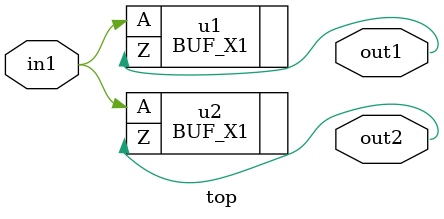
<source format=v>
module top (in1, out1, out2);
   input in1;
   output out1;
   output out2;

   (* dont_touch *) BUF_X1 u1 (.A(in1), .Z(out1));
   BUF_X1 u2 (.A(in1), .Z(out2));
endmodule // top

</source>
